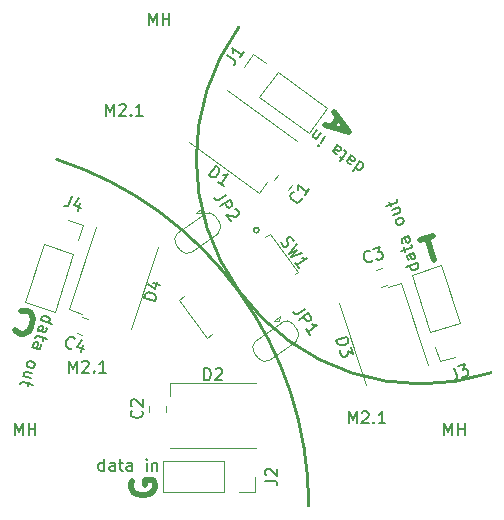
<source format=gbr>
%TF.GenerationSoftware,KiCad,Pcbnew,5.1.8*%
%TF.CreationDate,2021-01-20T11:17:19-05:00*%
%TF.ProjectId,penrosekite,70656e72-6f73-4656-9b69-74652e6b6963,rev?*%
%TF.SameCoordinates,Original*%
%TF.FileFunction,Legend,Top*%
%TF.FilePolarity,Positive*%
%FSLAX46Y46*%
G04 Gerber Fmt 4.6, Leading zero omitted, Abs format (unit mm)*
G04 Created by KiCad (PCBNEW 5.1.8) date 2021-01-20 11:17:19*
%MOMM*%
%LPD*%
G01*
G04 APERTURE LIST*
%ADD10C,0.150000*%
%ADD11C,0.500000*%
%ADD12C,0.250000*%
%ADD13C,0.120000*%
%ADD14C,0.200000*%
G04 APERTURE END LIST*
D10*
X118424580Y-120060980D02*
X118424580Y-119060980D01*
X118424580Y-120013361D02*
X118329342Y-120060980D01*
X118138866Y-120060980D01*
X118043628Y-120013361D01*
X117996009Y-119965742D01*
X117948390Y-119870504D01*
X117948390Y-119584790D01*
X117996009Y-119489552D01*
X118043628Y-119441933D01*
X118138866Y-119394314D01*
X118329342Y-119394314D01*
X118424580Y-119441933D01*
X119329342Y-120060980D02*
X119329342Y-119537171D01*
X119281723Y-119441933D01*
X119186485Y-119394314D01*
X118996009Y-119394314D01*
X118900771Y-119441933D01*
X119329342Y-120013361D02*
X119234104Y-120060980D01*
X118996009Y-120060980D01*
X118900771Y-120013361D01*
X118853152Y-119918123D01*
X118853152Y-119822885D01*
X118900771Y-119727647D01*
X118996009Y-119680028D01*
X119234104Y-119680028D01*
X119329342Y-119632409D01*
X119662676Y-119394314D02*
X120043628Y-119394314D01*
X119805533Y-119060980D02*
X119805533Y-119918123D01*
X119853152Y-120013361D01*
X119948390Y-120060980D01*
X120043628Y-120060980D01*
X120805533Y-120060980D02*
X120805533Y-119537171D01*
X120757914Y-119441933D01*
X120662676Y-119394314D01*
X120472200Y-119394314D01*
X120376961Y-119441933D01*
X120805533Y-120013361D02*
X120710295Y-120060980D01*
X120472200Y-120060980D01*
X120376961Y-120013361D01*
X120329342Y-119918123D01*
X120329342Y-119822885D01*
X120376961Y-119727647D01*
X120472200Y-119680028D01*
X120710295Y-119680028D01*
X120805533Y-119632409D01*
X122043628Y-120060980D02*
X122043628Y-119394314D01*
X122043628Y-119060980D02*
X121996009Y-119108600D01*
X122043628Y-119156219D01*
X122091247Y-119108600D01*
X122043628Y-119060980D01*
X122043628Y-119156219D01*
X122519819Y-119394314D02*
X122519819Y-120060980D01*
X122519819Y-119489552D02*
X122567438Y-119441933D01*
X122662676Y-119394314D01*
X122805533Y-119394314D01*
X122900771Y-119441933D01*
X122948390Y-119537171D01*
X122948390Y-120060980D01*
X140098461Y-93877776D02*
X139510676Y-94686793D01*
X140070471Y-93916301D02*
X140175510Y-93933755D01*
X140329609Y-94045715D01*
X140378668Y-94140219D01*
X140389203Y-94206733D01*
X140371748Y-94311772D01*
X140203809Y-94542920D01*
X140109305Y-94591979D01*
X140042791Y-94602514D01*
X139937752Y-94585059D01*
X139783653Y-94473100D01*
X139734594Y-94378596D01*
X139366493Y-93345970D02*
X139058606Y-93769741D01*
X139041151Y-93874780D01*
X139090210Y-93969284D01*
X139244309Y-94081243D01*
X139349348Y-94098698D01*
X139338503Y-93384495D02*
X139443542Y-93401950D01*
X139636166Y-93541899D01*
X139685225Y-93636403D01*
X139667770Y-93741442D01*
X139611791Y-93818491D01*
X139517286Y-93867550D01*
X139412247Y-93850096D01*
X139219624Y-93710147D01*
X139114585Y-93692692D01*
X138704964Y-93689386D02*
X138396767Y-93465468D01*
X138393462Y-93875089D02*
X138897278Y-93181646D01*
X138914733Y-93076607D01*
X138865673Y-92982103D01*
X138788624Y-92926124D01*
X138172230Y-92478287D02*
X137864343Y-92902058D01*
X137846888Y-93007097D01*
X137895947Y-93101601D01*
X138050046Y-93213560D01*
X138155085Y-93231015D01*
X138144240Y-92516812D02*
X138249279Y-92534267D01*
X138441902Y-92674216D01*
X138490962Y-92768720D01*
X138473507Y-92873759D01*
X138417527Y-92950808D01*
X138323023Y-92999868D01*
X138217984Y-92982413D01*
X138025361Y-92842464D01*
X137920322Y-92825009D01*
X137170590Y-91750553D02*
X136778733Y-92289898D01*
X136582805Y-92559570D02*
X136649319Y-92549035D01*
X136638784Y-92482521D01*
X136572270Y-92493056D01*
X136582805Y-92559570D01*
X136638784Y-92482521D01*
X136393487Y-92010000D02*
X136785344Y-91470655D01*
X136449466Y-91932951D02*
X136382952Y-91943486D01*
X136277913Y-91926031D01*
X136162339Y-91842061D01*
X136113280Y-91747557D01*
X136130735Y-91642518D01*
X136438622Y-91218747D01*
X144956097Y-102486136D02*
X144005040Y-102795153D01*
X144910809Y-102500851D02*
X144985527Y-102576713D01*
X145044388Y-102757866D01*
X145028529Y-102863158D01*
X144997956Y-102923162D01*
X144922094Y-102997880D01*
X144650364Y-103086171D01*
X144545072Y-103070313D01*
X144485068Y-103039739D01*
X144410350Y-102963878D01*
X144351489Y-102782724D01*
X144367348Y-102677432D01*
X144676510Y-101625656D02*
X144178338Y-101787522D01*
X144102476Y-101862241D01*
X144086618Y-101967533D01*
X144145478Y-102148686D01*
X144220197Y-102224548D01*
X144631222Y-101640371D02*
X144705940Y-101716233D01*
X144779516Y-101942675D01*
X144763658Y-102047967D01*
X144687796Y-102122685D01*
X144597219Y-102152116D01*
X144491927Y-102136257D01*
X144417209Y-102060396D01*
X144343633Y-101833954D01*
X144268914Y-101758092D01*
X143939467Y-101514649D02*
X143821746Y-101152341D01*
X143578303Y-101481789D02*
X144393494Y-101216917D01*
X144469356Y-101142199D01*
X144485214Y-101036907D01*
X144455784Y-100946330D01*
X144220342Y-100221716D02*
X143722170Y-100383582D01*
X143646308Y-100458300D01*
X143630450Y-100563592D01*
X143689310Y-100744746D01*
X143764029Y-100820607D01*
X144175054Y-100236431D02*
X144249772Y-100312292D01*
X144323348Y-100538734D01*
X144307490Y-100644026D01*
X144231628Y-100718745D01*
X144141051Y-100748175D01*
X144035759Y-100732317D01*
X143961041Y-100656455D01*
X143887465Y-100430013D01*
X143812747Y-100354151D01*
X143793604Y-98908352D02*
X143777746Y-99013644D01*
X143747173Y-99073647D01*
X143671311Y-99148366D01*
X143399581Y-99236656D01*
X143294289Y-99220798D01*
X143234285Y-99190225D01*
X143159567Y-99114363D01*
X143115421Y-98978498D01*
X143131280Y-98873206D01*
X143161853Y-98813202D01*
X143237715Y-98738484D01*
X143509445Y-98650193D01*
X143614737Y-98666052D01*
X143674741Y-98696625D01*
X143749459Y-98772487D01*
X143793604Y-98908352D01*
X142791689Y-97982153D02*
X143425727Y-97776142D01*
X142924125Y-98389749D02*
X143422298Y-98227883D01*
X143498159Y-98153164D01*
X143514018Y-98047872D01*
X143469872Y-97912007D01*
X143395154Y-97836145D01*
X143335150Y-97805572D01*
X142688684Y-97665134D02*
X142570963Y-97302827D01*
X142327520Y-97632275D02*
X143142711Y-97367403D01*
X143218573Y-97292684D01*
X143234431Y-97187392D01*
X143205001Y-97096816D01*
X113107617Y-107317676D02*
X114058674Y-107626693D01*
X113152906Y-107332391D02*
X113137047Y-107227100D01*
X113195908Y-107045946D01*
X113270626Y-106970084D01*
X113330630Y-106939511D01*
X113435922Y-106923653D01*
X113707652Y-107011943D01*
X113783514Y-107086662D01*
X113814087Y-107146665D01*
X113829945Y-107251957D01*
X113771085Y-107433111D01*
X113696367Y-107508973D01*
X112828030Y-108178156D02*
X113326203Y-108340022D01*
X113431495Y-108324164D01*
X113506213Y-108248302D01*
X113565074Y-108067149D01*
X113549216Y-107961857D01*
X112873319Y-108192871D02*
X112857461Y-108087579D01*
X112931036Y-107861137D01*
X113005755Y-107785276D01*
X113111047Y-107769417D01*
X113201623Y-107798848D01*
X113277485Y-107873566D01*
X113293343Y-107978858D01*
X113219768Y-108205300D01*
X113235626Y-108310592D01*
X113359062Y-108701186D02*
X113241342Y-109063494D01*
X113631936Y-108940057D02*
X112816745Y-108675185D01*
X112711453Y-108691044D01*
X112636734Y-108766905D01*
X112607304Y-108857482D01*
X112371862Y-109582097D02*
X112870035Y-109743963D01*
X112975327Y-109728105D01*
X113050045Y-109652243D01*
X113108906Y-109471089D01*
X113093048Y-109365797D01*
X112417151Y-109596812D02*
X112401293Y-109491520D01*
X112474868Y-109265078D01*
X112549587Y-109189216D01*
X112654879Y-109173358D01*
X112745455Y-109202788D01*
X112821317Y-109277507D01*
X112837175Y-109382799D01*
X112763600Y-109609241D01*
X112779458Y-109714533D01*
X111945125Y-110895460D02*
X112019843Y-110819599D01*
X112079847Y-110789025D01*
X112185139Y-110773167D01*
X112456869Y-110861458D01*
X112532731Y-110936176D01*
X112563304Y-110996180D01*
X112579162Y-111101472D01*
X112535017Y-111237337D01*
X112460299Y-111313199D01*
X112400295Y-111343772D01*
X112295003Y-111359630D01*
X112023273Y-111271340D01*
X111947411Y-111196621D01*
X111916838Y-111136618D01*
X111900979Y-111031326D01*
X111945125Y-110895460D01*
X112211285Y-112233682D02*
X111577247Y-112027671D01*
X112343721Y-111826086D02*
X111845548Y-111664220D01*
X111740257Y-111680078D01*
X111665538Y-111755940D01*
X111621393Y-111891805D01*
X111637251Y-111997097D01*
X111667824Y-112057101D01*
X112108279Y-112550701D02*
X111990559Y-112913008D01*
X112381153Y-112789572D02*
X111565962Y-112524700D01*
X111460670Y-112540558D01*
X111385951Y-112616420D01*
X111356521Y-112706997D01*
D11*
X111391977Y-106571377D02*
X111511984Y-106510231D01*
X111813144Y-106507944D01*
X111994298Y-106566805D01*
X112236598Y-106745672D01*
X112358891Y-106985686D01*
X112390608Y-107196270D01*
X112363464Y-107588007D01*
X112275173Y-107859738D01*
X112066876Y-108192615D01*
X111917439Y-108344338D01*
X111677425Y-108466631D01*
X111376264Y-108468918D01*
X111195110Y-108410057D01*
X110952810Y-108231190D01*
X110891663Y-108111183D01*
X120818400Y-120964390D02*
X120723161Y-121154866D01*
X120723161Y-121440580D01*
X120818400Y-121726295D01*
X121008876Y-121916771D01*
X121199352Y-122012009D01*
X121580304Y-122107247D01*
X121866019Y-122107247D01*
X122246971Y-122012009D01*
X122437447Y-121916771D01*
X122627923Y-121726295D01*
X122723161Y-121440580D01*
X122723161Y-121250104D01*
X122627923Y-120964390D01*
X122532685Y-120869152D01*
X121866019Y-120869152D01*
X121866019Y-121250104D01*
X145193491Y-100531747D02*
X146280413Y-100178585D01*
X146354986Y-102257279D02*
X145736952Y-100355166D01*
X138262425Y-90173025D02*
X137702629Y-90943517D01*
X137912089Y-89683049D02*
X139138266Y-91397964D01*
X137128375Y-90761738D01*
D12*
X151202448Y-111773893D02*
G75*
G02*
X129857501Y-82486501I-5914448J18111393D01*
G01*
X114438573Y-93712445D02*
G75*
G02*
X135763000Y-123063000I-9536573J-29350555D01*
G01*
D13*
%TO.C,C1*%
X134352188Y-95851665D02*
X134045067Y-96274379D01*
X133162933Y-94987621D02*
X132855812Y-95410335D01*
%TO.C,C2*%
X123671000Y-115069252D02*
X123671000Y-114546748D01*
X122201000Y-115069252D02*
X122201000Y-114546748D01*
%TO.C,C3*%
X142398093Y-104313795D02*
X141901162Y-104475258D01*
X141943838Y-102915742D02*
X141446907Y-103077205D01*
%TO.C,C4*%
X116110407Y-108441295D02*
X116607338Y-108602758D01*
X116564662Y-107043242D02*
X117061593Y-107204705D01*
%TO.C,D1*%
X128873433Y-87823075D02*
X134779257Y-92113907D01*
X125640615Y-92272669D02*
X131546439Y-96563501D01*
X131546439Y-96563501D02*
X132222392Y-95633131D01*
%TO.C,D2*%
X124009486Y-112622169D02*
X124009486Y-113772169D01*
X131309486Y-112622169D02*
X124009486Y-112622169D01*
X131309486Y-118122169D02*
X124009486Y-118122169D01*
%TO.C,D3*%
X143565041Y-104186265D02*
X142471326Y-104541635D01*
X145820865Y-111128978D02*
X143565041Y-104186265D01*
X140590055Y-112828571D02*
X138334231Y-105885858D01*
%TO.C,D4*%
X122969060Y-101162796D02*
X120713236Y-108105509D01*
X117738250Y-99463203D02*
X115482426Y-106405916D01*
X115482426Y-106405916D02*
X116576141Y-106761285D01*
%TO.C,J1*%
X131593483Y-88459948D02*
X133156992Y-86307963D01*
X131593483Y-88459948D02*
X135751831Y-91481164D01*
X135751831Y-91481164D02*
X137315339Y-89329179D01*
X133156992Y-86307963D02*
X137315339Y-89329179D01*
X131053548Y-84779721D02*
X132129540Y-85561475D01*
X130271793Y-85855714D02*
X131053548Y-84779721D01*
%TO.C,J2*%
X131194584Y-120563941D02*
X131194584Y-121893941D01*
X131194584Y-121893941D02*
X129864584Y-121893941D01*
X128594584Y-121893941D02*
X123454584Y-121893941D01*
X123454584Y-119233941D02*
X123454584Y-121893941D01*
X128594584Y-119233941D02*
X123454584Y-119233941D01*
X128594584Y-119233941D02*
X128594584Y-121893941D01*
%TO.C,J3*%
X148121922Y-110405133D02*
X146857016Y-110816126D01*
X146857016Y-110816126D02*
X146446024Y-109551221D01*
X146053572Y-108343379D02*
X144465225Y-103454948D01*
X146995035Y-102632963D02*
X144465225Y-103454948D01*
X148583383Y-107521394D02*
X146995035Y-102632963D01*
X148583383Y-107521394D02*
X146053572Y-108343379D01*
%TO.C,J4*%
X113313392Y-100878447D02*
X115843203Y-101700432D01*
X113313392Y-100878447D02*
X111725045Y-105766878D01*
X111725045Y-105766878D02*
X114254855Y-106588863D01*
X115843203Y-101700432D02*
X114254855Y-106588863D01*
X116646647Y-99227685D02*
X116235654Y-100492591D01*
X115381742Y-98816693D02*
X116646647Y-99227685D01*
%TO.C,JP1*%
X133234478Y-107416837D02*
X132815437Y-107350468D01*
X133300848Y-106997797D02*
X132815437Y-107350468D01*
X133234478Y-107416837D02*
X133300848Y-106997797D01*
X134451149Y-107645335D02*
X134803820Y-108130745D01*
X131248591Y-109106882D02*
X133513839Y-107461084D01*
X131486851Y-110540665D02*
X131134180Y-110055255D01*
X134689409Y-109079118D02*
X132424161Y-110724916D01*
X134803821Y-108130746D02*
G75*
G02*
X134648958Y-109108507I-566312J-411449D01*
G01*
X133473387Y-107490473D02*
G75*
G02*
X134451149Y-107645335I411450J-566312D01*
G01*
X131134179Y-110055254D02*
G75*
G02*
X131289042Y-109077493I566312J411449D01*
G01*
X132464613Y-110695527D02*
G75*
G02*
X131486851Y-110540665I-411450J566312D01*
G01*
%TO.C,JP2*%
X128085409Y-99935118D02*
X125820161Y-101580916D01*
X124882851Y-101396665D02*
X124530180Y-100911255D01*
X124644591Y-99962882D02*
X126909839Y-98317084D01*
X127847149Y-98501335D02*
X128199820Y-98986745D01*
X126630478Y-98272837D02*
X126696848Y-97853797D01*
X126696848Y-97853797D02*
X126211437Y-98206468D01*
X126630478Y-98272837D02*
X126211437Y-98206468D01*
X125860613Y-101551527D02*
G75*
G02*
X124882851Y-101396665I-411450J566312D01*
G01*
X124530179Y-100911254D02*
G75*
G02*
X124685042Y-99933493I566312J411449D01*
G01*
X126869387Y-98346473D02*
G75*
G02*
X127847149Y-98501335I411450J-566312D01*
G01*
X128199821Y-98986746D02*
G75*
G02*
X128044958Y-99964507I-566312J-411449D01*
G01*
%TO.C,SW1*%
X132056752Y-100277879D02*
X132461260Y-99983986D01*
X132461260Y-99983986D02*
X132755153Y-100388495D01*
X132755153Y-100388495D02*
X134812401Y-103220054D01*
X134812401Y-103220054D02*
X134610147Y-103367000D01*
X125180107Y-105274053D02*
X124775599Y-105567946D01*
X124775599Y-105567946D02*
X127126740Y-108804014D01*
X127126740Y-108804014D02*
X127531248Y-108510121D01*
D14*
X131549098Y-99696710D02*
G75*
G03*
X131549098Y-99696710I-223607J0D01*
G01*
%TO.C,MH*%
D10*
X110901257Y-117062380D02*
X110901257Y-116062380D01*
X111234590Y-116776666D01*
X111567923Y-116062380D01*
X111567923Y-117062380D01*
X112044114Y-117062380D02*
X112044114Y-116062380D01*
X112044114Y-116538571D02*
X112615542Y-116538571D01*
X112615542Y-117062380D02*
X112615542Y-116062380D01*
X147248657Y-117062380D02*
X147248657Y-116062380D01*
X147581990Y-116776666D01*
X147915323Y-116062380D01*
X147915323Y-117062380D01*
X148391514Y-117062380D02*
X148391514Y-116062380D01*
X148391514Y-116538571D02*
X148962942Y-116538571D01*
X148962942Y-117062380D02*
X148962942Y-116062380D01*
X122255057Y-82340580D02*
X122255057Y-81340580D01*
X122588390Y-82054866D01*
X122921723Y-81340580D01*
X122921723Y-82340580D01*
X123397914Y-82340580D02*
X123397914Y-81340580D01*
X123397914Y-81816771D02*
X123969342Y-81816771D01*
X123969342Y-82340580D02*
X123969342Y-81340580D01*
%TO.C,M2.1*%
X115493990Y-111755580D02*
X115493990Y-110755580D01*
X115827323Y-111469866D01*
X116160657Y-110755580D01*
X116160657Y-111755580D01*
X116589228Y-110850819D02*
X116636847Y-110803200D01*
X116732085Y-110755580D01*
X116970180Y-110755580D01*
X117065419Y-110803200D01*
X117113038Y-110850819D01*
X117160657Y-110946057D01*
X117160657Y-111041295D01*
X117113038Y-111184152D01*
X116541609Y-111755580D01*
X117160657Y-111755580D01*
X117589228Y-111660342D02*
X117636847Y-111707961D01*
X117589228Y-111755580D01*
X117541609Y-111707961D01*
X117589228Y-111660342D01*
X117589228Y-111755580D01*
X118589228Y-111755580D02*
X118017800Y-111755580D01*
X118303514Y-111755580D02*
X118303514Y-110755580D01*
X118208276Y-110898438D01*
X118113038Y-110993676D01*
X118017800Y-111041295D01*
X139166790Y-116048180D02*
X139166790Y-115048180D01*
X139500123Y-115762466D01*
X139833457Y-115048180D01*
X139833457Y-116048180D01*
X140262028Y-115143419D02*
X140309647Y-115095800D01*
X140404885Y-115048180D01*
X140642980Y-115048180D01*
X140738219Y-115095800D01*
X140785838Y-115143419D01*
X140833457Y-115238657D01*
X140833457Y-115333895D01*
X140785838Y-115476752D01*
X140214409Y-116048180D01*
X140833457Y-116048180D01*
X141262028Y-115952942D02*
X141309647Y-116000561D01*
X141262028Y-116048180D01*
X141214409Y-116000561D01*
X141262028Y-115952942D01*
X141262028Y-116048180D01*
X142262028Y-116048180D02*
X141690600Y-116048180D01*
X141976314Y-116048180D02*
X141976314Y-115048180D01*
X141881076Y-115191038D01*
X141785838Y-115286276D01*
X141690600Y-115333895D01*
X118618190Y-90013180D02*
X118618190Y-89013180D01*
X118951523Y-89727466D01*
X119284857Y-89013180D01*
X119284857Y-90013180D01*
X119713428Y-89108419D02*
X119761047Y-89060800D01*
X119856285Y-89013180D01*
X120094380Y-89013180D01*
X120189619Y-89060800D01*
X120237238Y-89108419D01*
X120284857Y-89203657D01*
X120284857Y-89298895D01*
X120237238Y-89441752D01*
X119665809Y-90013180D01*
X120284857Y-90013180D01*
X120713428Y-89917942D02*
X120761047Y-89965561D01*
X120713428Y-90013180D01*
X120665809Y-89965561D01*
X120713428Y-89917942D01*
X120713428Y-90013180D01*
X121713428Y-90013180D02*
X121142000Y-90013180D01*
X121427714Y-90013180D02*
X121427714Y-89013180D01*
X121332476Y-89156038D01*
X121237238Y-89251276D01*
X121142000Y-89298895D01*
%TO.C,C1*%
X135154119Y-96963238D02*
X135164654Y-97029752D01*
X135119209Y-97173316D01*
X135063230Y-97250365D01*
X134940736Y-97337949D01*
X134807707Y-97359019D01*
X134702668Y-97341564D01*
X134520580Y-97268130D01*
X134405006Y-97184160D01*
X134278897Y-97033677D01*
X134229838Y-96939172D01*
X134208768Y-96806144D01*
X134254213Y-96662580D01*
X134310192Y-96585531D01*
X134432686Y-96497947D01*
X134499200Y-96487412D01*
X135790964Y-96248725D02*
X135455086Y-96711021D01*
X135623025Y-96479873D02*
X134814008Y-95892088D01*
X134873602Y-96053106D01*
X134894672Y-96186135D01*
X134877217Y-96291174D01*
%TO.C,C2*%
X121613142Y-114974666D02*
X121660761Y-115022285D01*
X121708380Y-115165142D01*
X121708380Y-115260380D01*
X121660761Y-115403238D01*
X121565523Y-115498476D01*
X121470285Y-115546095D01*
X121279809Y-115593714D01*
X121136952Y-115593714D01*
X120946476Y-115546095D01*
X120851238Y-115498476D01*
X120756000Y-115403238D01*
X120708380Y-115260380D01*
X120708380Y-115165142D01*
X120756000Y-115022285D01*
X120803619Y-114974666D01*
X120803619Y-114593714D02*
X120756000Y-114546095D01*
X120708380Y-114450857D01*
X120708380Y-114212761D01*
X120756000Y-114117523D01*
X120803619Y-114069904D01*
X120898857Y-114022285D01*
X120994095Y-114022285D01*
X121136952Y-114069904D01*
X121708380Y-114641333D01*
X121708380Y-114022285D01*
%TO.C,C3*%
X141175853Y-102245165D02*
X141145280Y-102305169D01*
X141024130Y-102394603D01*
X140933553Y-102424033D01*
X140782973Y-102422890D01*
X140662966Y-102361743D01*
X140588247Y-102285881D01*
X140484098Y-102119443D01*
X140439953Y-101983578D01*
X140426381Y-101787709D01*
X140442239Y-101682417D01*
X140503386Y-101562410D01*
X140624536Y-101472976D01*
X140715113Y-101443546D01*
X140865693Y-101444689D01*
X140925697Y-101475262D01*
X141213285Y-101281680D02*
X141802035Y-101090384D01*
X141602737Y-101555697D01*
X141738602Y-101511551D01*
X141843894Y-101527410D01*
X141903897Y-101557983D01*
X141978616Y-101633845D01*
X142052191Y-101860287D01*
X142036333Y-101965579D01*
X142005760Y-102025582D01*
X141929898Y-102100301D01*
X141658168Y-102188591D01*
X141552876Y-102172733D01*
X141492872Y-102142160D01*
%TO.C,C4*%
X115682127Y-109698660D02*
X115622123Y-109729233D01*
X115471543Y-109730376D01*
X115380966Y-109700946D01*
X115259816Y-109611512D01*
X115198670Y-109491505D01*
X115182811Y-109386213D01*
X115196383Y-109190345D01*
X115240529Y-109054479D01*
X115344677Y-108888041D01*
X115419396Y-108812179D01*
X115539403Y-108751033D01*
X115689983Y-108749889D01*
X115780560Y-108779320D01*
X115901710Y-108868753D01*
X115932283Y-108928757D01*
X116673899Y-109420071D02*
X116467888Y-110054108D01*
X116565178Y-108984188D02*
X116118010Y-109589938D01*
X116706759Y-109781235D01*
%TO.C,D1*%
X127314901Y-95046430D02*
X127902686Y-94237413D01*
X128095309Y-94377362D01*
X128182893Y-94499856D01*
X128203963Y-94632884D01*
X128186508Y-94737923D01*
X128113074Y-94920012D01*
X128029104Y-95035586D01*
X127878621Y-95161694D01*
X127784117Y-95210754D01*
X127651088Y-95231823D01*
X127507524Y-95186379D01*
X127314901Y-95046430D01*
X128547689Y-95942103D02*
X128085393Y-95606225D01*
X128316541Y-95774164D02*
X128904326Y-94965147D01*
X128743308Y-95024741D01*
X128610279Y-95045811D01*
X128505240Y-95028356D01*
%TO.C,D2*%
X126921390Y-112395549D02*
X126921390Y-111395549D01*
X127159486Y-111395549D01*
X127302343Y-111443169D01*
X127397581Y-111538407D01*
X127445200Y-111633645D01*
X127492819Y-111824121D01*
X127492819Y-111966978D01*
X127445200Y-112157454D01*
X127397581Y-112252692D01*
X127302343Y-112347930D01*
X127159486Y-112395549D01*
X126921390Y-112395549D01*
X127873771Y-111490788D02*
X127921390Y-111443169D01*
X128016628Y-111395549D01*
X128254724Y-111395549D01*
X128349962Y-111443169D01*
X128397581Y-111490788D01*
X128445200Y-111586026D01*
X128445200Y-111681264D01*
X128397581Y-111824121D01*
X127826152Y-112395549D01*
X128445200Y-112395549D01*
%TO.C,D3*%
X138090526Y-109026800D02*
X139041582Y-108717783D01*
X139115158Y-108944225D01*
X139114015Y-109094805D01*
X139052868Y-109214812D01*
X138977006Y-109289531D01*
X138810568Y-109393679D01*
X138674702Y-109437825D01*
X138478834Y-109451397D01*
X138373542Y-109435538D01*
X138253535Y-109374392D01*
X138164101Y-109253242D01*
X138090526Y-109026800D01*
X139321169Y-109578262D02*
X139512465Y-110167012D01*
X139047152Y-109967714D01*
X139091298Y-110103579D01*
X139075439Y-110208871D01*
X139044866Y-110268874D01*
X138969004Y-110343593D01*
X138742562Y-110417168D01*
X138637270Y-110401310D01*
X138577267Y-110370737D01*
X138502548Y-110294875D01*
X138414258Y-110023145D01*
X138430116Y-109917853D01*
X138460689Y-109857849D01*
%TO.C,D4*%
X122756596Y-105707678D02*
X121805540Y-105398661D01*
X121879115Y-105172219D01*
X121968549Y-105051069D01*
X122088556Y-104989922D01*
X122193848Y-104974064D01*
X122389717Y-104987636D01*
X122525582Y-105031781D01*
X122692020Y-105135930D01*
X122767882Y-105210649D01*
X122829029Y-105330656D01*
X122830172Y-105481236D01*
X122756596Y-105707678D01*
X122564012Y-104143015D02*
X123198049Y-104349026D01*
X122128129Y-104251736D02*
X122733879Y-104698904D01*
X122925176Y-104110155D01*
%TO.C,J1*%
X128850238Y-84834589D02*
X129428107Y-85254436D01*
X129515691Y-85376930D01*
X129536761Y-85509959D01*
X129491316Y-85653522D01*
X129435337Y-85730572D01*
X130247040Y-84613358D02*
X129911163Y-85075653D01*
X130079102Y-84844505D02*
X129270085Y-84256720D01*
X129329679Y-84417739D01*
X129350749Y-84550767D01*
X129333294Y-84655807D01*
%TO.C,J2*%
X132086964Y-120897274D02*
X132801250Y-120897274D01*
X132944107Y-120944893D01*
X133039345Y-121040131D01*
X133086964Y-121182988D01*
X133086964Y-121278226D01*
X132182203Y-120468702D02*
X132134584Y-120421083D01*
X132086964Y-120325845D01*
X132086964Y-120087750D01*
X132134584Y-119992512D01*
X132182203Y-119944893D01*
X132277441Y-119897274D01*
X132372679Y-119897274D01*
X132515536Y-119944893D01*
X133086964Y-120516321D01*
X133086964Y-119897274D01*
%TO.C,J3*%
X148080663Y-111356844D02*
X148301389Y-112036170D01*
X148300246Y-112186750D01*
X148239100Y-112306757D01*
X148117950Y-112396191D01*
X148027373Y-112425621D01*
X148442970Y-111239123D02*
X149031720Y-111047827D01*
X148832422Y-111513139D01*
X148968287Y-111468994D01*
X149073579Y-111484852D01*
X149133582Y-111515426D01*
X149208301Y-111591287D01*
X149281876Y-111817729D01*
X149266018Y-111923021D01*
X149235445Y-111983025D01*
X149159583Y-112057743D01*
X148887853Y-112146034D01*
X148782561Y-112130176D01*
X148722557Y-112099602D01*
%TO.C,J4*%
X115678930Y-96823348D02*
X115458204Y-97502674D01*
X115368770Y-97623824D01*
X115248763Y-97684971D01*
X115098183Y-97686114D01*
X115007606Y-97656684D01*
X116436404Y-97419954D02*
X116230393Y-98053991D01*
X116327683Y-96984071D02*
X115880515Y-97589822D01*
X116469264Y-97781118D01*
%TO.C,JP1*%
X135462212Y-106344336D02*
X134884342Y-106764183D01*
X134740779Y-106809628D01*
X134607750Y-106788558D01*
X134485256Y-106700974D01*
X134429276Y-106623925D01*
X134933092Y-107317368D02*
X135742109Y-106729582D01*
X135966028Y-107037779D01*
X135983482Y-107142818D01*
X135972948Y-107209333D01*
X135923888Y-107303837D01*
X135808314Y-107387806D01*
X135703275Y-107405261D01*
X135636761Y-107394726D01*
X135542257Y-107345667D01*
X135318339Y-107037470D01*
X135828765Y-108550156D02*
X135492888Y-108087860D01*
X135660826Y-108319008D02*
X136469843Y-107731223D01*
X136298290Y-107738143D01*
X136165261Y-107717073D01*
X136070757Y-107668013D01*
%TO.C,JP2*%
X128782012Y-96717736D02*
X128204142Y-97137583D01*
X128060579Y-97183028D01*
X127927550Y-97161958D01*
X127805056Y-97074374D01*
X127749076Y-96997325D01*
X128252892Y-97690768D02*
X129061909Y-97102982D01*
X129285828Y-97411179D01*
X129303282Y-97516218D01*
X129292748Y-97582733D01*
X129243688Y-97677237D01*
X129128114Y-97761206D01*
X129023075Y-97778661D01*
X128956561Y-97768126D01*
X128862057Y-97719067D01*
X128638139Y-97410870D01*
X129544656Y-97929454D02*
X129611170Y-97939989D01*
X129705674Y-97989049D01*
X129845623Y-98181672D01*
X129863078Y-98286711D01*
X129852543Y-98353225D01*
X129803484Y-98447729D01*
X129726434Y-98503709D01*
X129582871Y-98549154D01*
X128784698Y-98422735D01*
X129148565Y-98923556D01*
%TO.C,SW1*%
X133426313Y-100724913D02*
X133471757Y-100868477D01*
X133611706Y-101061100D01*
X133706210Y-101110159D01*
X133772725Y-101120694D01*
X133877764Y-101103239D01*
X133954813Y-101047260D01*
X134003872Y-100952756D01*
X134014407Y-100886241D01*
X133996952Y-100781202D01*
X133923518Y-100599114D01*
X133906063Y-100494075D01*
X133916598Y-100427561D01*
X133965657Y-100333056D01*
X134042706Y-100277077D01*
X134147745Y-100259622D01*
X134214260Y-100270157D01*
X134308764Y-100319216D01*
X134448713Y-100511839D01*
X134494158Y-100655403D01*
X134728611Y-100897086D02*
X134059543Y-101677494D01*
X134749371Y-101411746D01*
X134283461Y-101985691D01*
X135232427Y-101590529D01*
X134955215Y-102910282D02*
X134619338Y-102447986D01*
X134787277Y-102679134D02*
X135596294Y-102091349D01*
X135424740Y-102098269D01*
X135291711Y-102077199D01*
X135197207Y-102028140D01*
%TD*%
M02*

</source>
